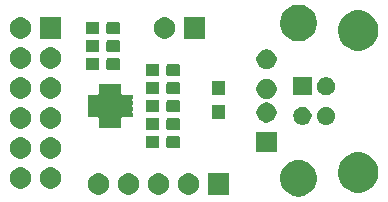
<source format=gbr>
%TF.GenerationSoftware,KiCad,Pcbnew,5.1.6-c6e7f7d~86~ubuntu18.04.1*%
%TF.CreationDate,2021-07-01T18:37:21-07:00*%
%TF.ProjectId,usb_combo_pmod,7573625f-636f-46d6-926f-5f706d6f642e,rev?*%
%TF.SameCoordinates,Original*%
%TF.FileFunction,Soldermask,Top*%
%TF.FilePolarity,Negative*%
%FSLAX46Y46*%
G04 Gerber Fmt 4.6, Leading zero omitted, Abs format (unit mm)*
G04 Created by KiCad (PCBNEW 5.1.6-c6e7f7d~86~ubuntu18.04.1) date 2021-07-01 18:37:21*
%MOMM*%
%LPD*%
G01*
G04 APERTURE LIST*
%ADD10C,0.100000*%
G04 APERTURE END LIST*
D10*
G36*
X122900585Y-82320802D02*
G01*
X123050410Y-82350604D01*
X123332674Y-82467521D01*
X123586705Y-82637259D01*
X123802741Y-82853295D01*
X123972479Y-83107326D01*
X124089396Y-83389590D01*
X124149000Y-83689240D01*
X124149000Y-83994760D01*
X124089396Y-84294410D01*
X123972479Y-84576674D01*
X123802741Y-84830705D01*
X123586705Y-85046741D01*
X123332674Y-85216479D01*
X123050410Y-85333396D01*
X122900585Y-85363198D01*
X122750761Y-85393000D01*
X122445239Y-85393000D01*
X122295415Y-85363198D01*
X122145590Y-85333396D01*
X121863326Y-85216479D01*
X121609295Y-85046741D01*
X121393259Y-84830705D01*
X121223521Y-84576674D01*
X121106604Y-84294410D01*
X121047000Y-83994760D01*
X121047000Y-83689240D01*
X121106604Y-83389590D01*
X121223521Y-83107326D01*
X121393259Y-82853295D01*
X121609295Y-82637259D01*
X121863326Y-82467521D01*
X122145590Y-82350604D01*
X122295415Y-82320802D01*
X122445239Y-82291000D01*
X122750761Y-82291000D01*
X122900585Y-82320802D01*
G37*
G36*
X116725000Y-85229000D02*
G01*
X114923000Y-85229000D01*
X114923000Y-83427000D01*
X116725000Y-83427000D01*
X116725000Y-85229000D01*
G37*
G36*
X105777512Y-83431927D02*
G01*
X105926812Y-83461624D01*
X106090784Y-83529544D01*
X106238354Y-83628147D01*
X106363853Y-83753646D01*
X106462456Y-83901216D01*
X106530376Y-84065188D01*
X106565000Y-84239259D01*
X106565000Y-84416741D01*
X106530376Y-84590812D01*
X106462456Y-84754784D01*
X106363853Y-84902354D01*
X106238354Y-85027853D01*
X106090784Y-85126456D01*
X105926812Y-85194376D01*
X105777512Y-85224073D01*
X105752742Y-85229000D01*
X105575258Y-85229000D01*
X105550488Y-85224073D01*
X105401188Y-85194376D01*
X105237216Y-85126456D01*
X105089646Y-85027853D01*
X104964147Y-84902354D01*
X104865544Y-84754784D01*
X104797624Y-84590812D01*
X104763000Y-84416741D01*
X104763000Y-84239259D01*
X104797624Y-84065188D01*
X104865544Y-83901216D01*
X104964147Y-83753646D01*
X105089646Y-83628147D01*
X105237216Y-83529544D01*
X105401188Y-83461624D01*
X105550488Y-83431927D01*
X105575258Y-83427000D01*
X105752742Y-83427000D01*
X105777512Y-83431927D01*
G37*
G36*
X108317512Y-83431927D02*
G01*
X108466812Y-83461624D01*
X108630784Y-83529544D01*
X108778354Y-83628147D01*
X108903853Y-83753646D01*
X109002456Y-83901216D01*
X109070376Y-84065188D01*
X109105000Y-84239259D01*
X109105000Y-84416741D01*
X109070376Y-84590812D01*
X109002456Y-84754784D01*
X108903853Y-84902354D01*
X108778354Y-85027853D01*
X108630784Y-85126456D01*
X108466812Y-85194376D01*
X108317512Y-85224073D01*
X108292742Y-85229000D01*
X108115258Y-85229000D01*
X108090488Y-85224073D01*
X107941188Y-85194376D01*
X107777216Y-85126456D01*
X107629646Y-85027853D01*
X107504147Y-84902354D01*
X107405544Y-84754784D01*
X107337624Y-84590812D01*
X107303000Y-84416741D01*
X107303000Y-84239259D01*
X107337624Y-84065188D01*
X107405544Y-83901216D01*
X107504147Y-83753646D01*
X107629646Y-83628147D01*
X107777216Y-83529544D01*
X107941188Y-83461624D01*
X108090488Y-83431927D01*
X108115258Y-83427000D01*
X108292742Y-83427000D01*
X108317512Y-83431927D01*
G37*
G36*
X110857512Y-83431927D02*
G01*
X111006812Y-83461624D01*
X111170784Y-83529544D01*
X111318354Y-83628147D01*
X111443853Y-83753646D01*
X111542456Y-83901216D01*
X111610376Y-84065188D01*
X111645000Y-84239259D01*
X111645000Y-84416741D01*
X111610376Y-84590812D01*
X111542456Y-84754784D01*
X111443853Y-84902354D01*
X111318354Y-85027853D01*
X111170784Y-85126456D01*
X111006812Y-85194376D01*
X110857512Y-85224073D01*
X110832742Y-85229000D01*
X110655258Y-85229000D01*
X110630488Y-85224073D01*
X110481188Y-85194376D01*
X110317216Y-85126456D01*
X110169646Y-85027853D01*
X110044147Y-84902354D01*
X109945544Y-84754784D01*
X109877624Y-84590812D01*
X109843000Y-84416741D01*
X109843000Y-84239259D01*
X109877624Y-84065188D01*
X109945544Y-83901216D01*
X110044147Y-83753646D01*
X110169646Y-83628147D01*
X110317216Y-83529544D01*
X110481188Y-83461624D01*
X110630488Y-83431927D01*
X110655258Y-83427000D01*
X110832742Y-83427000D01*
X110857512Y-83431927D01*
G37*
G36*
X113397512Y-83431927D02*
G01*
X113546812Y-83461624D01*
X113710784Y-83529544D01*
X113858354Y-83628147D01*
X113983853Y-83753646D01*
X114082456Y-83901216D01*
X114150376Y-84065188D01*
X114185000Y-84239259D01*
X114185000Y-84416741D01*
X114150376Y-84590812D01*
X114082456Y-84754784D01*
X113983853Y-84902354D01*
X113858354Y-85027853D01*
X113710784Y-85126456D01*
X113546812Y-85194376D01*
X113397512Y-85224073D01*
X113372742Y-85229000D01*
X113195258Y-85229000D01*
X113170488Y-85224073D01*
X113021188Y-85194376D01*
X112857216Y-85126456D01*
X112709646Y-85027853D01*
X112584147Y-84902354D01*
X112485544Y-84754784D01*
X112417624Y-84590812D01*
X112383000Y-84416741D01*
X112383000Y-84239259D01*
X112417624Y-84065188D01*
X112485544Y-83901216D01*
X112584147Y-83753646D01*
X112709646Y-83628147D01*
X112857216Y-83529544D01*
X113021188Y-83461624D01*
X113170488Y-83431927D01*
X113195258Y-83427000D01*
X113372742Y-83427000D01*
X113397512Y-83431927D01*
G37*
G36*
X128144496Y-81719675D02*
G01*
X128455513Y-81848503D01*
X128455515Y-81848504D01*
X128735424Y-82035533D01*
X128973467Y-82273576D01*
X129160496Y-82553485D01*
X129160497Y-82553487D01*
X129289325Y-82864504D01*
X129355000Y-83194677D01*
X129355000Y-83531323D01*
X129289325Y-83861496D01*
X129160497Y-84172513D01*
X129160496Y-84172515D01*
X128973467Y-84452424D01*
X128735424Y-84690467D01*
X128455515Y-84877496D01*
X128455514Y-84877497D01*
X128455513Y-84877497D01*
X128144496Y-85006325D01*
X127814323Y-85072000D01*
X127477677Y-85072000D01*
X127147504Y-85006325D01*
X126836487Y-84877497D01*
X126836486Y-84877497D01*
X126836485Y-84877496D01*
X126556576Y-84690467D01*
X126318533Y-84452424D01*
X126131504Y-84172515D01*
X126131503Y-84172513D01*
X126002675Y-83861496D01*
X125937000Y-83531323D01*
X125937000Y-83194677D01*
X126002675Y-82864504D01*
X126131503Y-82553487D01*
X126131504Y-82553485D01*
X126318533Y-82273576D01*
X126556576Y-82035533D01*
X126836485Y-81848504D01*
X126836487Y-81848503D01*
X127147504Y-81719675D01*
X127477677Y-81654000D01*
X127814323Y-81654000D01*
X128144496Y-81719675D01*
G37*
G36*
X99173512Y-82923927D02*
G01*
X99322812Y-82953624D01*
X99486784Y-83021544D01*
X99634354Y-83120147D01*
X99759853Y-83245646D01*
X99858456Y-83393216D01*
X99926376Y-83557188D01*
X99961000Y-83731259D01*
X99961000Y-83908741D01*
X99926376Y-84082812D01*
X99858456Y-84246784D01*
X99759853Y-84394354D01*
X99634354Y-84519853D01*
X99486784Y-84618456D01*
X99322812Y-84686376D01*
X99173512Y-84716073D01*
X99148742Y-84721000D01*
X98971258Y-84721000D01*
X98946488Y-84716073D01*
X98797188Y-84686376D01*
X98633216Y-84618456D01*
X98485646Y-84519853D01*
X98360147Y-84394354D01*
X98261544Y-84246784D01*
X98193624Y-84082812D01*
X98159000Y-83908741D01*
X98159000Y-83731259D01*
X98193624Y-83557188D01*
X98261544Y-83393216D01*
X98360147Y-83245646D01*
X98485646Y-83120147D01*
X98633216Y-83021544D01*
X98797188Y-82953624D01*
X98946488Y-82923927D01*
X98971258Y-82919000D01*
X99148742Y-82919000D01*
X99173512Y-82923927D01*
G37*
G36*
X101713512Y-82923927D02*
G01*
X101862812Y-82953624D01*
X102026784Y-83021544D01*
X102174354Y-83120147D01*
X102299853Y-83245646D01*
X102398456Y-83393216D01*
X102466376Y-83557188D01*
X102501000Y-83731259D01*
X102501000Y-83908741D01*
X102466376Y-84082812D01*
X102398456Y-84246784D01*
X102299853Y-84394354D01*
X102174354Y-84519853D01*
X102026784Y-84618456D01*
X101862812Y-84686376D01*
X101713512Y-84716073D01*
X101688742Y-84721000D01*
X101511258Y-84721000D01*
X101486488Y-84716073D01*
X101337188Y-84686376D01*
X101173216Y-84618456D01*
X101025646Y-84519853D01*
X100900147Y-84394354D01*
X100801544Y-84246784D01*
X100733624Y-84082812D01*
X100699000Y-83908741D01*
X100699000Y-83731259D01*
X100733624Y-83557188D01*
X100801544Y-83393216D01*
X100900147Y-83245646D01*
X101025646Y-83120147D01*
X101173216Y-83021544D01*
X101337188Y-82953624D01*
X101486488Y-82923927D01*
X101511258Y-82919000D01*
X101688742Y-82919000D01*
X101713512Y-82923927D01*
G37*
G36*
X101713512Y-80383927D02*
G01*
X101862812Y-80413624D01*
X102026784Y-80481544D01*
X102174354Y-80580147D01*
X102299853Y-80705646D01*
X102398456Y-80853216D01*
X102466376Y-81017188D01*
X102501000Y-81191259D01*
X102501000Y-81368741D01*
X102466376Y-81542812D01*
X102398456Y-81706784D01*
X102299853Y-81854354D01*
X102174354Y-81979853D01*
X102026784Y-82078456D01*
X101862812Y-82146376D01*
X101713512Y-82176073D01*
X101688742Y-82181000D01*
X101511258Y-82181000D01*
X101486488Y-82176073D01*
X101337188Y-82146376D01*
X101173216Y-82078456D01*
X101025646Y-81979853D01*
X100900147Y-81854354D01*
X100801544Y-81706784D01*
X100733624Y-81542812D01*
X100699000Y-81368741D01*
X100699000Y-81191259D01*
X100733624Y-81017188D01*
X100801544Y-80853216D01*
X100900147Y-80705646D01*
X101025646Y-80580147D01*
X101173216Y-80481544D01*
X101337188Y-80413624D01*
X101486488Y-80383927D01*
X101511258Y-80379000D01*
X101688742Y-80379000D01*
X101713512Y-80383927D01*
G37*
G36*
X99173512Y-80383927D02*
G01*
X99322812Y-80413624D01*
X99486784Y-80481544D01*
X99634354Y-80580147D01*
X99759853Y-80705646D01*
X99858456Y-80853216D01*
X99926376Y-81017188D01*
X99961000Y-81191259D01*
X99961000Y-81368741D01*
X99926376Y-81542812D01*
X99858456Y-81706784D01*
X99759853Y-81854354D01*
X99634354Y-81979853D01*
X99486784Y-82078456D01*
X99322812Y-82146376D01*
X99173512Y-82176073D01*
X99148742Y-82181000D01*
X98971258Y-82181000D01*
X98946488Y-82176073D01*
X98797188Y-82146376D01*
X98633216Y-82078456D01*
X98485646Y-81979853D01*
X98360147Y-81854354D01*
X98261544Y-81706784D01*
X98193624Y-81542812D01*
X98159000Y-81368741D01*
X98159000Y-81191259D01*
X98193624Y-81017188D01*
X98261544Y-80853216D01*
X98360147Y-80705646D01*
X98485646Y-80580147D01*
X98633216Y-80481544D01*
X98797188Y-80413624D01*
X98946488Y-80383927D01*
X98971258Y-80379000D01*
X99148742Y-80379000D01*
X99173512Y-80383927D01*
G37*
G36*
X120739000Y-81623000D02*
G01*
X119037000Y-81623000D01*
X119037000Y-79921000D01*
X120739000Y-79921000D01*
X120739000Y-81623000D01*
G37*
G36*
X112400499Y-80250445D02*
G01*
X112437995Y-80261820D01*
X112472554Y-80280292D01*
X112502847Y-80305153D01*
X112527708Y-80335446D01*
X112546180Y-80370005D01*
X112557555Y-80407501D01*
X112562000Y-80452638D01*
X112562000Y-81091362D01*
X112557555Y-81136499D01*
X112546180Y-81173995D01*
X112527708Y-81208554D01*
X112502847Y-81238847D01*
X112472554Y-81263708D01*
X112437995Y-81282180D01*
X112400499Y-81293555D01*
X112355362Y-81298000D01*
X111616638Y-81298000D01*
X111571501Y-81293555D01*
X111534005Y-81282180D01*
X111499446Y-81263708D01*
X111469153Y-81238847D01*
X111444292Y-81208554D01*
X111425820Y-81173995D01*
X111414445Y-81136499D01*
X111410000Y-81091362D01*
X111410000Y-80452638D01*
X111414445Y-80407501D01*
X111425820Y-80370005D01*
X111444292Y-80335446D01*
X111469153Y-80305153D01*
X111499446Y-80280292D01*
X111534005Y-80261820D01*
X111571501Y-80250445D01*
X111616638Y-80246000D01*
X112355362Y-80246000D01*
X112400499Y-80250445D01*
G37*
G36*
X110650499Y-80250445D02*
G01*
X110687995Y-80261820D01*
X110722554Y-80280292D01*
X110752847Y-80305153D01*
X110777708Y-80335446D01*
X110796180Y-80370005D01*
X110807555Y-80407501D01*
X110812000Y-80452638D01*
X110812000Y-81091362D01*
X110807555Y-81136499D01*
X110796180Y-81173995D01*
X110777708Y-81208554D01*
X110752847Y-81238847D01*
X110722554Y-81263708D01*
X110687995Y-81282180D01*
X110650499Y-81293555D01*
X110605362Y-81298000D01*
X109866638Y-81298000D01*
X109821501Y-81293555D01*
X109784005Y-81282180D01*
X109749446Y-81263708D01*
X109719153Y-81238847D01*
X109694292Y-81208554D01*
X109675820Y-81173995D01*
X109664445Y-81136499D01*
X109660000Y-81091362D01*
X109660000Y-80452638D01*
X109664445Y-80407501D01*
X109675820Y-80370005D01*
X109694292Y-80335446D01*
X109719153Y-80305153D01*
X109749446Y-80280292D01*
X109784005Y-80261820D01*
X109821501Y-80250445D01*
X109866638Y-80246000D01*
X110605362Y-80246000D01*
X110650499Y-80250445D01*
G37*
G36*
X112400499Y-78726445D02*
G01*
X112437995Y-78737820D01*
X112472554Y-78756292D01*
X112502847Y-78781153D01*
X112527708Y-78811446D01*
X112546180Y-78846005D01*
X112557555Y-78883501D01*
X112562000Y-78928638D01*
X112562000Y-79567362D01*
X112557555Y-79612499D01*
X112546180Y-79649995D01*
X112527708Y-79684554D01*
X112502847Y-79714847D01*
X112472554Y-79739708D01*
X112437995Y-79758180D01*
X112400499Y-79769555D01*
X112355362Y-79774000D01*
X111616638Y-79774000D01*
X111571501Y-79769555D01*
X111534005Y-79758180D01*
X111499446Y-79739708D01*
X111469153Y-79714847D01*
X111444292Y-79684554D01*
X111425820Y-79649995D01*
X111414445Y-79612499D01*
X111410000Y-79567362D01*
X111410000Y-78928638D01*
X111414445Y-78883501D01*
X111425820Y-78846005D01*
X111444292Y-78811446D01*
X111469153Y-78781153D01*
X111499446Y-78756292D01*
X111534005Y-78737820D01*
X111571501Y-78726445D01*
X111616638Y-78722000D01*
X112355362Y-78722000D01*
X112400499Y-78726445D01*
G37*
G36*
X110650499Y-78726445D02*
G01*
X110687995Y-78737820D01*
X110722554Y-78756292D01*
X110752847Y-78781153D01*
X110777708Y-78811446D01*
X110796180Y-78846005D01*
X110807555Y-78883501D01*
X110812000Y-78928638D01*
X110812000Y-79567362D01*
X110807555Y-79612499D01*
X110796180Y-79649995D01*
X110777708Y-79684554D01*
X110752847Y-79714847D01*
X110722554Y-79739708D01*
X110687995Y-79758180D01*
X110650499Y-79769555D01*
X110605362Y-79774000D01*
X109866638Y-79774000D01*
X109821501Y-79769555D01*
X109784005Y-79758180D01*
X109749446Y-79739708D01*
X109719153Y-79714847D01*
X109694292Y-79684554D01*
X109675820Y-79649995D01*
X109664445Y-79612499D01*
X109660000Y-79567362D01*
X109660000Y-78928638D01*
X109664445Y-78883501D01*
X109675820Y-78846005D01*
X109694292Y-78811446D01*
X109719153Y-78781153D01*
X109749446Y-78756292D01*
X109784005Y-78737820D01*
X109821501Y-78726445D01*
X109866638Y-78722000D01*
X110605362Y-78722000D01*
X110650499Y-78726445D01*
G37*
G36*
X101713512Y-77843927D02*
G01*
X101862812Y-77873624D01*
X102026784Y-77941544D01*
X102174354Y-78040147D01*
X102299853Y-78165646D01*
X102398456Y-78313216D01*
X102466376Y-78477188D01*
X102501000Y-78651259D01*
X102501000Y-78828741D01*
X102466376Y-79002812D01*
X102398456Y-79166784D01*
X102299853Y-79314354D01*
X102174354Y-79439853D01*
X102026784Y-79538456D01*
X101862812Y-79606376D01*
X101713512Y-79636073D01*
X101688742Y-79641000D01*
X101511258Y-79641000D01*
X101486488Y-79636073D01*
X101337188Y-79606376D01*
X101173216Y-79538456D01*
X101025646Y-79439853D01*
X100900147Y-79314354D01*
X100801544Y-79166784D01*
X100733624Y-79002812D01*
X100699000Y-78828741D01*
X100699000Y-78651259D01*
X100733624Y-78477188D01*
X100801544Y-78313216D01*
X100900147Y-78165646D01*
X101025646Y-78040147D01*
X101173216Y-77941544D01*
X101337188Y-77873624D01*
X101486488Y-77843927D01*
X101511258Y-77839000D01*
X101688742Y-77839000D01*
X101713512Y-77843927D01*
G37*
G36*
X99173512Y-77843927D02*
G01*
X99322812Y-77873624D01*
X99486784Y-77941544D01*
X99634354Y-78040147D01*
X99759853Y-78165646D01*
X99858456Y-78313216D01*
X99926376Y-78477188D01*
X99961000Y-78651259D01*
X99961000Y-78828741D01*
X99926376Y-79002812D01*
X99858456Y-79166784D01*
X99759853Y-79314354D01*
X99634354Y-79439853D01*
X99486784Y-79538456D01*
X99322812Y-79606376D01*
X99173512Y-79636073D01*
X99148742Y-79641000D01*
X98971258Y-79641000D01*
X98946488Y-79636073D01*
X98797188Y-79606376D01*
X98633216Y-79538456D01*
X98485646Y-79439853D01*
X98360147Y-79314354D01*
X98261544Y-79166784D01*
X98193624Y-79002812D01*
X98159000Y-78828741D01*
X98159000Y-78651259D01*
X98193624Y-78477188D01*
X98261544Y-78313216D01*
X98360147Y-78165646D01*
X98485646Y-78040147D01*
X98633216Y-77941544D01*
X98797188Y-77873624D01*
X98946488Y-77843927D01*
X98971258Y-77839000D01*
X99148742Y-77839000D01*
X99173512Y-77843927D01*
G37*
G36*
X106052355Y-75824083D02*
G01*
X106057029Y-75825501D01*
X106061330Y-75827800D01*
X106067702Y-75833029D01*
X106088076Y-75846643D01*
X106110715Y-75856020D01*
X106134749Y-75860800D01*
X106159253Y-75860800D01*
X106183286Y-75856019D01*
X106205925Y-75846642D01*
X106226298Y-75833029D01*
X106232670Y-75827800D01*
X106236971Y-75825501D01*
X106241645Y-75824083D01*
X106252641Y-75823000D01*
X106541359Y-75823000D01*
X106552355Y-75824083D01*
X106557029Y-75825501D01*
X106561330Y-75827800D01*
X106567702Y-75833029D01*
X106588076Y-75846643D01*
X106610715Y-75856020D01*
X106634749Y-75860800D01*
X106659253Y-75860800D01*
X106683286Y-75856019D01*
X106705925Y-75846642D01*
X106726298Y-75833029D01*
X106732670Y-75827800D01*
X106736971Y-75825501D01*
X106741645Y-75824083D01*
X106752641Y-75823000D01*
X107041359Y-75823000D01*
X107052355Y-75824083D01*
X107057029Y-75825501D01*
X107061330Y-75827800D01*
X107067702Y-75833029D01*
X107088076Y-75846643D01*
X107110715Y-75856020D01*
X107134749Y-75860800D01*
X107159253Y-75860800D01*
X107183286Y-75856019D01*
X107205925Y-75846642D01*
X107226298Y-75833029D01*
X107232670Y-75827800D01*
X107236971Y-75825501D01*
X107241645Y-75824083D01*
X107252641Y-75823000D01*
X107541359Y-75823000D01*
X107552355Y-75824083D01*
X107557029Y-75825501D01*
X107561331Y-75827800D01*
X107565104Y-75830896D01*
X107568200Y-75834669D01*
X107570499Y-75838971D01*
X107571917Y-75843645D01*
X107573000Y-75854641D01*
X107573000Y-76568357D01*
X107571287Y-76585747D01*
X107571287Y-76610251D01*
X107576067Y-76634285D01*
X107585444Y-76656923D01*
X107599057Y-76677298D01*
X107616384Y-76694625D01*
X107636758Y-76708239D01*
X107655325Y-76715930D01*
X107657515Y-76723151D01*
X107669066Y-76744762D01*
X107684611Y-76763704D01*
X107703553Y-76779249D01*
X107725164Y-76790800D01*
X107748613Y-76797913D01*
X107772999Y-76800315D01*
X107785253Y-76799713D01*
X107802643Y-76798000D01*
X108516359Y-76798000D01*
X108527355Y-76799083D01*
X108532029Y-76800501D01*
X108536331Y-76802800D01*
X108540104Y-76805896D01*
X108543200Y-76809669D01*
X108545499Y-76813971D01*
X108546917Y-76818645D01*
X108548000Y-76829641D01*
X108548000Y-77118359D01*
X108546917Y-77129355D01*
X108545499Y-77134029D01*
X108543200Y-77138330D01*
X108537971Y-77144702D01*
X108524357Y-77165076D01*
X108514980Y-77187715D01*
X108510200Y-77211749D01*
X108510200Y-77236253D01*
X108514981Y-77260286D01*
X108524358Y-77282925D01*
X108537971Y-77303298D01*
X108543200Y-77309670D01*
X108545499Y-77313971D01*
X108546917Y-77318645D01*
X108548000Y-77329641D01*
X108548000Y-77618359D01*
X108546917Y-77629355D01*
X108545499Y-77634029D01*
X108543200Y-77638330D01*
X108537971Y-77644702D01*
X108524357Y-77665076D01*
X108514980Y-77687715D01*
X108510200Y-77711749D01*
X108510200Y-77736253D01*
X108514981Y-77760286D01*
X108524358Y-77782925D01*
X108537971Y-77803298D01*
X108543200Y-77809670D01*
X108545499Y-77813971D01*
X108546917Y-77818645D01*
X108548000Y-77829641D01*
X108548000Y-78118359D01*
X108546917Y-78129355D01*
X108545499Y-78134029D01*
X108543200Y-78138330D01*
X108537971Y-78144702D01*
X108524357Y-78165076D01*
X108514980Y-78187715D01*
X108510200Y-78211749D01*
X108510200Y-78236253D01*
X108514981Y-78260286D01*
X108524358Y-78282925D01*
X108537971Y-78303298D01*
X108543200Y-78309670D01*
X108545499Y-78313971D01*
X108546917Y-78318645D01*
X108548000Y-78329641D01*
X108548000Y-78618359D01*
X108546917Y-78629355D01*
X108545499Y-78634029D01*
X108543200Y-78638331D01*
X108540104Y-78642104D01*
X108536331Y-78645200D01*
X108532029Y-78647499D01*
X108527355Y-78648917D01*
X108516359Y-78650000D01*
X107802643Y-78650000D01*
X107785253Y-78648287D01*
X107760749Y-78648287D01*
X107736715Y-78653067D01*
X107714077Y-78662444D01*
X107693702Y-78676057D01*
X107676375Y-78693384D01*
X107662761Y-78713758D01*
X107655070Y-78732325D01*
X107647849Y-78734515D01*
X107626238Y-78746066D01*
X107607296Y-78761611D01*
X107591751Y-78780553D01*
X107580200Y-78802164D01*
X107573087Y-78825613D01*
X107570685Y-78849999D01*
X107571287Y-78862253D01*
X107573000Y-78879643D01*
X107573000Y-79593359D01*
X107571917Y-79604355D01*
X107570499Y-79609029D01*
X107568200Y-79613331D01*
X107565104Y-79617104D01*
X107561331Y-79620200D01*
X107557029Y-79622499D01*
X107552355Y-79623917D01*
X107541359Y-79625000D01*
X107252641Y-79625000D01*
X107241645Y-79623917D01*
X107236971Y-79622499D01*
X107232670Y-79620200D01*
X107226298Y-79614971D01*
X107205924Y-79601357D01*
X107183285Y-79591980D01*
X107159251Y-79587200D01*
X107134747Y-79587200D01*
X107110714Y-79591981D01*
X107088075Y-79601358D01*
X107067702Y-79614971D01*
X107061330Y-79620200D01*
X107057029Y-79622499D01*
X107052355Y-79623917D01*
X107041359Y-79625000D01*
X106752641Y-79625000D01*
X106741645Y-79623917D01*
X106736971Y-79622499D01*
X106732670Y-79620200D01*
X106726298Y-79614971D01*
X106705924Y-79601357D01*
X106683285Y-79591980D01*
X106659251Y-79587200D01*
X106634747Y-79587200D01*
X106610714Y-79591981D01*
X106588075Y-79601358D01*
X106567702Y-79614971D01*
X106561330Y-79620200D01*
X106557029Y-79622499D01*
X106552355Y-79623917D01*
X106541359Y-79625000D01*
X106252641Y-79625000D01*
X106241645Y-79623917D01*
X106236971Y-79622499D01*
X106232670Y-79620200D01*
X106226298Y-79614971D01*
X106205924Y-79601357D01*
X106183285Y-79591980D01*
X106159251Y-79587200D01*
X106134747Y-79587200D01*
X106110714Y-79591981D01*
X106088075Y-79601358D01*
X106067702Y-79614971D01*
X106061330Y-79620200D01*
X106057029Y-79622499D01*
X106052355Y-79623917D01*
X106041359Y-79625000D01*
X105752641Y-79625000D01*
X105741645Y-79623917D01*
X105736971Y-79622499D01*
X105732669Y-79620200D01*
X105728896Y-79617104D01*
X105725800Y-79613331D01*
X105723501Y-79609029D01*
X105722083Y-79604355D01*
X105721000Y-79593359D01*
X105721000Y-78879643D01*
X105722713Y-78862253D01*
X105722713Y-78837749D01*
X105717933Y-78813715D01*
X105708556Y-78791077D01*
X105694943Y-78770702D01*
X105677616Y-78753375D01*
X105657242Y-78739761D01*
X105638675Y-78732070D01*
X105636485Y-78724849D01*
X105624934Y-78703238D01*
X105609389Y-78684296D01*
X105590447Y-78668751D01*
X105568836Y-78657200D01*
X105545387Y-78650087D01*
X105521001Y-78647685D01*
X105508747Y-78648287D01*
X105491357Y-78650000D01*
X104777641Y-78650000D01*
X104766645Y-78648917D01*
X104761971Y-78647499D01*
X104757669Y-78645200D01*
X104753896Y-78642104D01*
X104750800Y-78638331D01*
X104748501Y-78634029D01*
X104747083Y-78629355D01*
X104746000Y-78618359D01*
X104746000Y-78329641D01*
X104747083Y-78318645D01*
X104748501Y-78313971D01*
X104750800Y-78309670D01*
X104756029Y-78303298D01*
X104769643Y-78282924D01*
X104779020Y-78260285D01*
X104783800Y-78236251D01*
X104783800Y-78211747D01*
X104779019Y-78187714D01*
X104769642Y-78165075D01*
X104756029Y-78144702D01*
X104750800Y-78138330D01*
X104748501Y-78134029D01*
X104747083Y-78129355D01*
X104746000Y-78118359D01*
X104746000Y-77829641D01*
X104747083Y-77818645D01*
X104748501Y-77813971D01*
X104750800Y-77809670D01*
X104756029Y-77803298D01*
X104769643Y-77782924D01*
X104779020Y-77760285D01*
X104783800Y-77736251D01*
X104783800Y-77711747D01*
X104779019Y-77687714D01*
X104769642Y-77665075D01*
X104756029Y-77644702D01*
X104750800Y-77638330D01*
X104748501Y-77634029D01*
X104747083Y-77629355D01*
X104746000Y-77618359D01*
X104746000Y-77329641D01*
X104747083Y-77318645D01*
X104748501Y-77313971D01*
X104750800Y-77309670D01*
X104756029Y-77303298D01*
X104769643Y-77282924D01*
X104779020Y-77260285D01*
X104783800Y-77236251D01*
X104783800Y-77211747D01*
X104779019Y-77187714D01*
X104769642Y-77165075D01*
X104756029Y-77144702D01*
X104750800Y-77138330D01*
X104748501Y-77134029D01*
X104747083Y-77129355D01*
X104746000Y-77118359D01*
X104746000Y-76829641D01*
X104747083Y-76818645D01*
X104748501Y-76813971D01*
X104750800Y-76809669D01*
X104753896Y-76805896D01*
X104757669Y-76802800D01*
X104761971Y-76800501D01*
X104766645Y-76799083D01*
X104777641Y-76798000D01*
X105491357Y-76798000D01*
X105508747Y-76799713D01*
X105533251Y-76799713D01*
X105557285Y-76794933D01*
X105579923Y-76785556D01*
X105600298Y-76771943D01*
X105617625Y-76754616D01*
X105631239Y-76734242D01*
X105638930Y-76715675D01*
X105646151Y-76713485D01*
X105667762Y-76701934D01*
X105686704Y-76686389D01*
X105702249Y-76667447D01*
X105713800Y-76645836D01*
X105720913Y-76622387D01*
X105723315Y-76598001D01*
X105722713Y-76585747D01*
X105721000Y-76568357D01*
X105721000Y-75854641D01*
X105722083Y-75843645D01*
X105723501Y-75838971D01*
X105725800Y-75834669D01*
X105728896Y-75830896D01*
X105732669Y-75827800D01*
X105736971Y-75825501D01*
X105741645Y-75824083D01*
X105752641Y-75823000D01*
X106041359Y-75823000D01*
X106052355Y-75824083D01*
G37*
G36*
X125061620Y-77798000D02*
G01*
X125159142Y-77817398D01*
X125298364Y-77875065D01*
X125423659Y-77958785D01*
X125530215Y-78065341D01*
X125613935Y-78190636D01*
X125665021Y-78313971D01*
X125671602Y-78329859D01*
X125701000Y-78477653D01*
X125701000Y-78628347D01*
X125696083Y-78653067D01*
X125671602Y-78776142D01*
X125613935Y-78915364D01*
X125530215Y-79040659D01*
X125423659Y-79147215D01*
X125298364Y-79230935D01*
X125159142Y-79288602D01*
X125085244Y-79303301D01*
X125011347Y-79318000D01*
X124860653Y-79318000D01*
X124786756Y-79303301D01*
X124712858Y-79288602D01*
X124573636Y-79230935D01*
X124448341Y-79147215D01*
X124341785Y-79040659D01*
X124258065Y-78915364D01*
X124200398Y-78776142D01*
X124175917Y-78653067D01*
X124171000Y-78628347D01*
X124171000Y-78477653D01*
X124200398Y-78329859D01*
X124206979Y-78313971D01*
X124258065Y-78190636D01*
X124341785Y-78065341D01*
X124448341Y-77958785D01*
X124573636Y-77875065D01*
X124712858Y-77817398D01*
X124810380Y-77798000D01*
X124860653Y-77788000D01*
X125011347Y-77788000D01*
X125061620Y-77798000D01*
G37*
G36*
X123061620Y-77798000D02*
G01*
X123159142Y-77817398D01*
X123298364Y-77875065D01*
X123423659Y-77958785D01*
X123530215Y-78065341D01*
X123613935Y-78190636D01*
X123665021Y-78313971D01*
X123671602Y-78329859D01*
X123701000Y-78477653D01*
X123701000Y-78628347D01*
X123696083Y-78653067D01*
X123671602Y-78776142D01*
X123613935Y-78915364D01*
X123530215Y-79040659D01*
X123423659Y-79147215D01*
X123298364Y-79230935D01*
X123159142Y-79288602D01*
X123085244Y-79303301D01*
X123011347Y-79318000D01*
X122860653Y-79318000D01*
X122786756Y-79303301D01*
X122712858Y-79288602D01*
X122573636Y-79230935D01*
X122448341Y-79147215D01*
X122341785Y-79040659D01*
X122258065Y-78915364D01*
X122200398Y-78776142D01*
X122175917Y-78653067D01*
X122171000Y-78628347D01*
X122171000Y-78477653D01*
X122200398Y-78329859D01*
X122206979Y-78313971D01*
X122258065Y-78190636D01*
X122341785Y-78065341D01*
X122448341Y-77958785D01*
X122573636Y-77875065D01*
X122712858Y-77817398D01*
X122810380Y-77798000D01*
X122860653Y-77788000D01*
X123011347Y-77788000D01*
X123061620Y-77798000D01*
G37*
G36*
X120136228Y-77453703D02*
G01*
X120291100Y-77517853D01*
X120430481Y-77610985D01*
X120549015Y-77729519D01*
X120642147Y-77868900D01*
X120706297Y-78023772D01*
X120739000Y-78188184D01*
X120739000Y-78355816D01*
X120706297Y-78520228D01*
X120642147Y-78675100D01*
X120549015Y-78814481D01*
X120430481Y-78933015D01*
X120291100Y-79026147D01*
X120136228Y-79090297D01*
X119971816Y-79123000D01*
X119804184Y-79123000D01*
X119639772Y-79090297D01*
X119484900Y-79026147D01*
X119345519Y-78933015D01*
X119226985Y-78814481D01*
X119133853Y-78675100D01*
X119069703Y-78520228D01*
X119037000Y-78355816D01*
X119037000Y-78188184D01*
X119069703Y-78023772D01*
X119133853Y-77868900D01*
X119226985Y-77729519D01*
X119345519Y-77610985D01*
X119484900Y-77517853D01*
X119639772Y-77453703D01*
X119804184Y-77421000D01*
X119971816Y-77421000D01*
X120136228Y-77453703D01*
G37*
G36*
X116375000Y-78783000D02*
G01*
X115273000Y-78783000D01*
X115273000Y-77681000D01*
X116375000Y-77681000D01*
X116375000Y-78783000D01*
G37*
G36*
X110650499Y-77202445D02*
G01*
X110687995Y-77213820D01*
X110722554Y-77232292D01*
X110752847Y-77257153D01*
X110777708Y-77287446D01*
X110796180Y-77322005D01*
X110807555Y-77359501D01*
X110812000Y-77404638D01*
X110812000Y-78043362D01*
X110807555Y-78088499D01*
X110796180Y-78125995D01*
X110777708Y-78160554D01*
X110752847Y-78190847D01*
X110722554Y-78215708D01*
X110687995Y-78234180D01*
X110650499Y-78245555D01*
X110605362Y-78250000D01*
X109866638Y-78250000D01*
X109821501Y-78245555D01*
X109784005Y-78234180D01*
X109749446Y-78215708D01*
X109719153Y-78190847D01*
X109694292Y-78160554D01*
X109675820Y-78125995D01*
X109664445Y-78088499D01*
X109660000Y-78043362D01*
X109660000Y-77404638D01*
X109664445Y-77359501D01*
X109675820Y-77322005D01*
X109694292Y-77287446D01*
X109719153Y-77257153D01*
X109749446Y-77232292D01*
X109784005Y-77213820D01*
X109821501Y-77202445D01*
X109866638Y-77198000D01*
X110605362Y-77198000D01*
X110650499Y-77202445D01*
G37*
G36*
X112400499Y-77202445D02*
G01*
X112437995Y-77213820D01*
X112472554Y-77232292D01*
X112502847Y-77257153D01*
X112527708Y-77287446D01*
X112546180Y-77322005D01*
X112557555Y-77359501D01*
X112562000Y-77404638D01*
X112562000Y-78043362D01*
X112557555Y-78088499D01*
X112546180Y-78125995D01*
X112527708Y-78160554D01*
X112502847Y-78190847D01*
X112472554Y-78215708D01*
X112437995Y-78234180D01*
X112400499Y-78245555D01*
X112355362Y-78250000D01*
X111616638Y-78250000D01*
X111571501Y-78245555D01*
X111534005Y-78234180D01*
X111499446Y-78215708D01*
X111469153Y-78190847D01*
X111444292Y-78160554D01*
X111425820Y-78125995D01*
X111414445Y-78088499D01*
X111410000Y-78043362D01*
X111410000Y-77404638D01*
X111414445Y-77359501D01*
X111425820Y-77322005D01*
X111444292Y-77287446D01*
X111469153Y-77257153D01*
X111499446Y-77232292D01*
X111534005Y-77213820D01*
X111571501Y-77202445D01*
X111616638Y-77198000D01*
X112355362Y-77198000D01*
X112400499Y-77202445D01*
G37*
G36*
X120136228Y-75453703D02*
G01*
X120291100Y-75517853D01*
X120430481Y-75610985D01*
X120549015Y-75729519D01*
X120642147Y-75868900D01*
X120706297Y-76023772D01*
X120739000Y-76188184D01*
X120739000Y-76355816D01*
X120706297Y-76520228D01*
X120642147Y-76675100D01*
X120549015Y-76814481D01*
X120430481Y-76933015D01*
X120291100Y-77026147D01*
X120136228Y-77090297D01*
X119971816Y-77123000D01*
X119804184Y-77123000D01*
X119639772Y-77090297D01*
X119484900Y-77026147D01*
X119345519Y-76933015D01*
X119226985Y-76814481D01*
X119133853Y-76675100D01*
X119069703Y-76520228D01*
X119037000Y-76355816D01*
X119037000Y-76188184D01*
X119069703Y-76023772D01*
X119133853Y-75868900D01*
X119226985Y-75729519D01*
X119345519Y-75610985D01*
X119484900Y-75517853D01*
X119639772Y-75453703D01*
X119804184Y-75421000D01*
X119971816Y-75421000D01*
X120136228Y-75453703D01*
G37*
G36*
X101713512Y-75303927D02*
G01*
X101862812Y-75333624D01*
X102026784Y-75401544D01*
X102174354Y-75500147D01*
X102299853Y-75625646D01*
X102398456Y-75773216D01*
X102466376Y-75937188D01*
X102501000Y-76111259D01*
X102501000Y-76288741D01*
X102466376Y-76462812D01*
X102398456Y-76626784D01*
X102299853Y-76774354D01*
X102174354Y-76899853D01*
X102026784Y-76998456D01*
X101862812Y-77066376D01*
X101715507Y-77095676D01*
X101688742Y-77101000D01*
X101511258Y-77101000D01*
X101484493Y-77095676D01*
X101337188Y-77066376D01*
X101173216Y-76998456D01*
X101025646Y-76899853D01*
X100900147Y-76774354D01*
X100801544Y-76626784D01*
X100733624Y-76462812D01*
X100699000Y-76288741D01*
X100699000Y-76111259D01*
X100733624Y-75937188D01*
X100801544Y-75773216D01*
X100900147Y-75625646D01*
X101025646Y-75500147D01*
X101173216Y-75401544D01*
X101337188Y-75333624D01*
X101486488Y-75303927D01*
X101511258Y-75299000D01*
X101688742Y-75299000D01*
X101713512Y-75303927D01*
G37*
G36*
X99173512Y-75303927D02*
G01*
X99322812Y-75333624D01*
X99486784Y-75401544D01*
X99634354Y-75500147D01*
X99759853Y-75625646D01*
X99858456Y-75773216D01*
X99926376Y-75937188D01*
X99961000Y-76111259D01*
X99961000Y-76288741D01*
X99926376Y-76462812D01*
X99858456Y-76626784D01*
X99759853Y-76774354D01*
X99634354Y-76899853D01*
X99486784Y-76998456D01*
X99322812Y-77066376D01*
X99175507Y-77095676D01*
X99148742Y-77101000D01*
X98971258Y-77101000D01*
X98944493Y-77095676D01*
X98797188Y-77066376D01*
X98633216Y-76998456D01*
X98485646Y-76899853D01*
X98360147Y-76774354D01*
X98261544Y-76626784D01*
X98193624Y-76462812D01*
X98159000Y-76288741D01*
X98159000Y-76111259D01*
X98193624Y-75937188D01*
X98261544Y-75773216D01*
X98360147Y-75625646D01*
X98485646Y-75500147D01*
X98633216Y-75401544D01*
X98797188Y-75333624D01*
X98946488Y-75303927D01*
X98971258Y-75299000D01*
X99148742Y-75299000D01*
X99173512Y-75303927D01*
G37*
G36*
X125066648Y-75299000D02*
G01*
X125159142Y-75317398D01*
X125298364Y-75375065D01*
X125423659Y-75458785D01*
X125530215Y-75565341D01*
X125613935Y-75690636D01*
X125671602Y-75829858D01*
X125676806Y-75856019D01*
X125701000Y-75977653D01*
X125701000Y-76128347D01*
X125686301Y-76202244D01*
X125671602Y-76276142D01*
X125613935Y-76415364D01*
X125530215Y-76540659D01*
X125423659Y-76647215D01*
X125298364Y-76730935D01*
X125159142Y-76788602D01*
X125103393Y-76799691D01*
X125011347Y-76818000D01*
X124860653Y-76818000D01*
X124768607Y-76799691D01*
X124712858Y-76788602D01*
X124573636Y-76730935D01*
X124448341Y-76647215D01*
X124341785Y-76540659D01*
X124258065Y-76415364D01*
X124200398Y-76276142D01*
X124185699Y-76202244D01*
X124171000Y-76128347D01*
X124171000Y-75977653D01*
X124195194Y-75856019D01*
X124200398Y-75829858D01*
X124258065Y-75690636D01*
X124341785Y-75565341D01*
X124448341Y-75458785D01*
X124573636Y-75375065D01*
X124712858Y-75317398D01*
X124805352Y-75299000D01*
X124860653Y-75288000D01*
X125011347Y-75288000D01*
X125066648Y-75299000D01*
G37*
G36*
X123701000Y-76818000D02*
G01*
X122171000Y-76818000D01*
X122171000Y-75288000D01*
X123701000Y-75288000D01*
X123701000Y-76818000D01*
G37*
G36*
X116375000Y-76751000D02*
G01*
X115273000Y-76751000D01*
X115273000Y-75649000D01*
X116375000Y-75649000D01*
X116375000Y-76751000D01*
G37*
G36*
X112400499Y-75678445D02*
G01*
X112437995Y-75689820D01*
X112472554Y-75708292D01*
X112502847Y-75733153D01*
X112527708Y-75763446D01*
X112546180Y-75798005D01*
X112557555Y-75835501D01*
X112562000Y-75880638D01*
X112562000Y-76519362D01*
X112557555Y-76564499D01*
X112546180Y-76601995D01*
X112527708Y-76636554D01*
X112502847Y-76666847D01*
X112472554Y-76691708D01*
X112437995Y-76710180D01*
X112400499Y-76721555D01*
X112355362Y-76726000D01*
X111616638Y-76726000D01*
X111571501Y-76721555D01*
X111534005Y-76710180D01*
X111499446Y-76691708D01*
X111469153Y-76666847D01*
X111444292Y-76636554D01*
X111425820Y-76601995D01*
X111414445Y-76564499D01*
X111410000Y-76519362D01*
X111410000Y-75880638D01*
X111414445Y-75835501D01*
X111425820Y-75798005D01*
X111444292Y-75763446D01*
X111469153Y-75733153D01*
X111499446Y-75708292D01*
X111534005Y-75689820D01*
X111571501Y-75678445D01*
X111616638Y-75674000D01*
X112355362Y-75674000D01*
X112400499Y-75678445D01*
G37*
G36*
X110650499Y-75678445D02*
G01*
X110687995Y-75689820D01*
X110722554Y-75708292D01*
X110752847Y-75733153D01*
X110777708Y-75763446D01*
X110796180Y-75798005D01*
X110807555Y-75835501D01*
X110812000Y-75880638D01*
X110812000Y-76519362D01*
X110807555Y-76564499D01*
X110796180Y-76601995D01*
X110777708Y-76636554D01*
X110752847Y-76666847D01*
X110722554Y-76691708D01*
X110687995Y-76710180D01*
X110650499Y-76721555D01*
X110605362Y-76726000D01*
X109866638Y-76726000D01*
X109821501Y-76721555D01*
X109784005Y-76710180D01*
X109749446Y-76691708D01*
X109719153Y-76666847D01*
X109694292Y-76636554D01*
X109675820Y-76601995D01*
X109664445Y-76564499D01*
X109660000Y-76519362D01*
X109660000Y-75880638D01*
X109664445Y-75835501D01*
X109675820Y-75798005D01*
X109694292Y-75763446D01*
X109719153Y-75733153D01*
X109749446Y-75708292D01*
X109784005Y-75689820D01*
X109821501Y-75678445D01*
X109866638Y-75674000D01*
X110605362Y-75674000D01*
X110650499Y-75678445D01*
G37*
G36*
X110650499Y-74154445D02*
G01*
X110687995Y-74165820D01*
X110722554Y-74184292D01*
X110752847Y-74209153D01*
X110777708Y-74239446D01*
X110796180Y-74274005D01*
X110807555Y-74311501D01*
X110812000Y-74356638D01*
X110812000Y-74995362D01*
X110807555Y-75040499D01*
X110796180Y-75077995D01*
X110777708Y-75112554D01*
X110752847Y-75142847D01*
X110722554Y-75167708D01*
X110687995Y-75186180D01*
X110650499Y-75197555D01*
X110605362Y-75202000D01*
X109866638Y-75202000D01*
X109821501Y-75197555D01*
X109784005Y-75186180D01*
X109749446Y-75167708D01*
X109719153Y-75142847D01*
X109694292Y-75112554D01*
X109675820Y-75077995D01*
X109664445Y-75040499D01*
X109660000Y-74995362D01*
X109660000Y-74356638D01*
X109664445Y-74311501D01*
X109675820Y-74274005D01*
X109694292Y-74239446D01*
X109719153Y-74209153D01*
X109749446Y-74184292D01*
X109784005Y-74165820D01*
X109821501Y-74154445D01*
X109866638Y-74150000D01*
X110605362Y-74150000D01*
X110650499Y-74154445D01*
G37*
G36*
X112400499Y-74154445D02*
G01*
X112437995Y-74165820D01*
X112472554Y-74184292D01*
X112502847Y-74209153D01*
X112527708Y-74239446D01*
X112546180Y-74274005D01*
X112557555Y-74311501D01*
X112562000Y-74356638D01*
X112562000Y-74995362D01*
X112557555Y-75040499D01*
X112546180Y-75077995D01*
X112527708Y-75112554D01*
X112502847Y-75142847D01*
X112472554Y-75167708D01*
X112437995Y-75186180D01*
X112400499Y-75197555D01*
X112355362Y-75202000D01*
X111616638Y-75202000D01*
X111571501Y-75197555D01*
X111534005Y-75186180D01*
X111499446Y-75167708D01*
X111469153Y-75142847D01*
X111444292Y-75112554D01*
X111425820Y-75077995D01*
X111414445Y-75040499D01*
X111410000Y-74995362D01*
X111410000Y-74356638D01*
X111414445Y-74311501D01*
X111425820Y-74274005D01*
X111444292Y-74239446D01*
X111469153Y-74209153D01*
X111499446Y-74184292D01*
X111534005Y-74165820D01*
X111571501Y-74154445D01*
X111616638Y-74150000D01*
X112355362Y-74150000D01*
X112400499Y-74154445D01*
G37*
G36*
X105570499Y-73646445D02*
G01*
X105607995Y-73657820D01*
X105642554Y-73676292D01*
X105672847Y-73701153D01*
X105697708Y-73731446D01*
X105716180Y-73766005D01*
X105727555Y-73803501D01*
X105732000Y-73848638D01*
X105732000Y-74487362D01*
X105727555Y-74532499D01*
X105716180Y-74569995D01*
X105697708Y-74604554D01*
X105672847Y-74634847D01*
X105642554Y-74659708D01*
X105607995Y-74678180D01*
X105570499Y-74689555D01*
X105525362Y-74694000D01*
X104786638Y-74694000D01*
X104741501Y-74689555D01*
X104704005Y-74678180D01*
X104669446Y-74659708D01*
X104639153Y-74634847D01*
X104614292Y-74604554D01*
X104595820Y-74569995D01*
X104584445Y-74532499D01*
X104580000Y-74487362D01*
X104580000Y-73848638D01*
X104584445Y-73803501D01*
X104595820Y-73766005D01*
X104614292Y-73731446D01*
X104639153Y-73701153D01*
X104669446Y-73676292D01*
X104704005Y-73657820D01*
X104741501Y-73646445D01*
X104786638Y-73642000D01*
X105525362Y-73642000D01*
X105570499Y-73646445D01*
G37*
G36*
X107320499Y-73646445D02*
G01*
X107357995Y-73657820D01*
X107392554Y-73676292D01*
X107422847Y-73701153D01*
X107447708Y-73731446D01*
X107466180Y-73766005D01*
X107477555Y-73803501D01*
X107482000Y-73848638D01*
X107482000Y-74487362D01*
X107477555Y-74532499D01*
X107466180Y-74569995D01*
X107447708Y-74604554D01*
X107422847Y-74634847D01*
X107392554Y-74659708D01*
X107357995Y-74678180D01*
X107320499Y-74689555D01*
X107275362Y-74694000D01*
X106536638Y-74694000D01*
X106491501Y-74689555D01*
X106454005Y-74678180D01*
X106419446Y-74659708D01*
X106389153Y-74634847D01*
X106364292Y-74604554D01*
X106345820Y-74569995D01*
X106334445Y-74532499D01*
X106330000Y-74487362D01*
X106330000Y-73848638D01*
X106334445Y-73803501D01*
X106345820Y-73766005D01*
X106364292Y-73731446D01*
X106389153Y-73701153D01*
X106419446Y-73676292D01*
X106454005Y-73657820D01*
X106491501Y-73646445D01*
X106536638Y-73642000D01*
X107275362Y-73642000D01*
X107320499Y-73646445D01*
G37*
G36*
X120136228Y-72953703D02*
G01*
X120291100Y-73017853D01*
X120430481Y-73110985D01*
X120549015Y-73229519D01*
X120642147Y-73368900D01*
X120706297Y-73523772D01*
X120739000Y-73688184D01*
X120739000Y-73855816D01*
X120706297Y-74020228D01*
X120642147Y-74175100D01*
X120549015Y-74314481D01*
X120430481Y-74433015D01*
X120291100Y-74526147D01*
X120136228Y-74590297D01*
X119971816Y-74623000D01*
X119804184Y-74623000D01*
X119639772Y-74590297D01*
X119484900Y-74526147D01*
X119345519Y-74433015D01*
X119226985Y-74314481D01*
X119133853Y-74175100D01*
X119069703Y-74020228D01*
X119037000Y-73855816D01*
X119037000Y-73688184D01*
X119069703Y-73523772D01*
X119133853Y-73368900D01*
X119226985Y-73229519D01*
X119345519Y-73110985D01*
X119484900Y-73017853D01*
X119639772Y-72953703D01*
X119804184Y-72921000D01*
X119971816Y-72921000D01*
X120136228Y-72953703D01*
G37*
G36*
X99173512Y-72763927D02*
G01*
X99322812Y-72793624D01*
X99486784Y-72861544D01*
X99634354Y-72960147D01*
X99759853Y-73085646D01*
X99858456Y-73233216D01*
X99926376Y-73397188D01*
X99961000Y-73571259D01*
X99961000Y-73748741D01*
X99926376Y-73922812D01*
X99858456Y-74086784D01*
X99759853Y-74234354D01*
X99634354Y-74359853D01*
X99486784Y-74458456D01*
X99322812Y-74526376D01*
X99173512Y-74556073D01*
X99148742Y-74561000D01*
X98971258Y-74561000D01*
X98946488Y-74556073D01*
X98797188Y-74526376D01*
X98633216Y-74458456D01*
X98485646Y-74359853D01*
X98360147Y-74234354D01*
X98261544Y-74086784D01*
X98193624Y-73922812D01*
X98159000Y-73748741D01*
X98159000Y-73571259D01*
X98193624Y-73397188D01*
X98261544Y-73233216D01*
X98360147Y-73085646D01*
X98485646Y-72960147D01*
X98633216Y-72861544D01*
X98797188Y-72793624D01*
X98946488Y-72763927D01*
X98971258Y-72759000D01*
X99148742Y-72759000D01*
X99173512Y-72763927D01*
G37*
G36*
X101713512Y-72763927D02*
G01*
X101862812Y-72793624D01*
X102026784Y-72861544D01*
X102174354Y-72960147D01*
X102299853Y-73085646D01*
X102398456Y-73233216D01*
X102466376Y-73397188D01*
X102501000Y-73571259D01*
X102501000Y-73748741D01*
X102466376Y-73922812D01*
X102398456Y-74086784D01*
X102299853Y-74234354D01*
X102174354Y-74359853D01*
X102026784Y-74458456D01*
X101862812Y-74526376D01*
X101713512Y-74556073D01*
X101688742Y-74561000D01*
X101511258Y-74561000D01*
X101486488Y-74556073D01*
X101337188Y-74526376D01*
X101173216Y-74458456D01*
X101025646Y-74359853D01*
X100900147Y-74234354D01*
X100801544Y-74086784D01*
X100733624Y-73922812D01*
X100699000Y-73748741D01*
X100699000Y-73571259D01*
X100733624Y-73397188D01*
X100801544Y-73233216D01*
X100900147Y-73085646D01*
X101025646Y-72960147D01*
X101173216Y-72861544D01*
X101337188Y-72793624D01*
X101486488Y-72763927D01*
X101511258Y-72759000D01*
X101688742Y-72759000D01*
X101713512Y-72763927D01*
G37*
G36*
X105570499Y-72122445D02*
G01*
X105607995Y-72133820D01*
X105642554Y-72152292D01*
X105672847Y-72177153D01*
X105697708Y-72207446D01*
X105716180Y-72242005D01*
X105727555Y-72279501D01*
X105732000Y-72324638D01*
X105732000Y-72963362D01*
X105727555Y-73008499D01*
X105716180Y-73045995D01*
X105697708Y-73080554D01*
X105672847Y-73110847D01*
X105642554Y-73135708D01*
X105607995Y-73154180D01*
X105570499Y-73165555D01*
X105525362Y-73170000D01*
X104786638Y-73170000D01*
X104741501Y-73165555D01*
X104704005Y-73154180D01*
X104669446Y-73135708D01*
X104639153Y-73110847D01*
X104614292Y-73080554D01*
X104595820Y-73045995D01*
X104584445Y-73008499D01*
X104580000Y-72963362D01*
X104580000Y-72324638D01*
X104584445Y-72279501D01*
X104595820Y-72242005D01*
X104614292Y-72207446D01*
X104639153Y-72177153D01*
X104669446Y-72152292D01*
X104704005Y-72133820D01*
X104741501Y-72122445D01*
X104786638Y-72118000D01*
X105525362Y-72118000D01*
X105570499Y-72122445D01*
G37*
G36*
X107320499Y-72122445D02*
G01*
X107357995Y-72133820D01*
X107392554Y-72152292D01*
X107422847Y-72177153D01*
X107447708Y-72207446D01*
X107466180Y-72242005D01*
X107477555Y-72279501D01*
X107482000Y-72324638D01*
X107482000Y-72963362D01*
X107477555Y-73008499D01*
X107466180Y-73045995D01*
X107447708Y-73080554D01*
X107422847Y-73110847D01*
X107392554Y-73135708D01*
X107357995Y-73154180D01*
X107320499Y-73165555D01*
X107275362Y-73170000D01*
X106536638Y-73170000D01*
X106491501Y-73165555D01*
X106454005Y-73154180D01*
X106419446Y-73135708D01*
X106389153Y-73110847D01*
X106364292Y-73080554D01*
X106345820Y-73045995D01*
X106334445Y-73008499D01*
X106330000Y-72963362D01*
X106330000Y-72324638D01*
X106334445Y-72279501D01*
X106345820Y-72242005D01*
X106364292Y-72207446D01*
X106389153Y-72177153D01*
X106419446Y-72152292D01*
X106454005Y-72133820D01*
X106491501Y-72122445D01*
X106536638Y-72118000D01*
X107275362Y-72118000D01*
X107320499Y-72122445D01*
G37*
G36*
X128144496Y-69679675D02*
G01*
X128455513Y-69808503D01*
X128455515Y-69808504D01*
X128735424Y-69995533D01*
X128973467Y-70233576D01*
X129098130Y-70420148D01*
X129160497Y-70513487D01*
X129289325Y-70824504D01*
X129355000Y-71154677D01*
X129355000Y-71491323D01*
X129289325Y-71821496D01*
X129164667Y-72122445D01*
X129160496Y-72132515D01*
X128973467Y-72412424D01*
X128735424Y-72650467D01*
X128455515Y-72837496D01*
X128455514Y-72837497D01*
X128455513Y-72837497D01*
X128144496Y-72966325D01*
X127814323Y-73032000D01*
X127477677Y-73032000D01*
X127147504Y-72966325D01*
X126836487Y-72837497D01*
X126836486Y-72837497D01*
X126836485Y-72837496D01*
X126556576Y-72650467D01*
X126318533Y-72412424D01*
X126131504Y-72132515D01*
X126127333Y-72122445D01*
X126002675Y-71821496D01*
X125937000Y-71491323D01*
X125937000Y-71154677D01*
X126002675Y-70824504D01*
X126131503Y-70513487D01*
X126193870Y-70420148D01*
X126318533Y-70233576D01*
X126556576Y-69995533D01*
X126836485Y-69808504D01*
X126836487Y-69808503D01*
X127147504Y-69679675D01*
X127477677Y-69614000D01*
X127814323Y-69614000D01*
X128144496Y-69679675D01*
G37*
G36*
X122900585Y-69180802D02*
G01*
X123050410Y-69210604D01*
X123332674Y-69327521D01*
X123586705Y-69497259D01*
X123802741Y-69713295D01*
X123972479Y-69967326D01*
X124089396Y-70249590D01*
X124119198Y-70399415D01*
X124149000Y-70549239D01*
X124149000Y-70854761D01*
X124148517Y-70857188D01*
X124089396Y-71154410D01*
X123972479Y-71436674D01*
X123802741Y-71690705D01*
X123586705Y-71906741D01*
X123332674Y-72076479D01*
X123050410Y-72193396D01*
X122900585Y-72223198D01*
X122750761Y-72253000D01*
X122445239Y-72253000D01*
X122295415Y-72223198D01*
X122145590Y-72193396D01*
X121863326Y-72076479D01*
X121609295Y-71906741D01*
X121393259Y-71690705D01*
X121223521Y-71436674D01*
X121106604Y-71154410D01*
X121047483Y-70857188D01*
X121047000Y-70854761D01*
X121047000Y-70549239D01*
X121076802Y-70399415D01*
X121106604Y-70249590D01*
X121223521Y-69967326D01*
X121393259Y-69713295D01*
X121609295Y-69497259D01*
X121863326Y-69327521D01*
X122145590Y-69210604D01*
X122295415Y-69180802D01*
X122445239Y-69151000D01*
X122750761Y-69151000D01*
X122900585Y-69180802D01*
G37*
G36*
X102501000Y-72021000D02*
G01*
X100699000Y-72021000D01*
X100699000Y-70219000D01*
X102501000Y-70219000D01*
X102501000Y-72021000D01*
G37*
G36*
X99173512Y-70223927D02*
G01*
X99322812Y-70253624D01*
X99486784Y-70321544D01*
X99634354Y-70420147D01*
X99759853Y-70545646D01*
X99858456Y-70693216D01*
X99926376Y-70857188D01*
X99961000Y-71031259D01*
X99961000Y-71208741D01*
X99926376Y-71382812D01*
X99858456Y-71546784D01*
X99759853Y-71694354D01*
X99634354Y-71819853D01*
X99486784Y-71918456D01*
X99322812Y-71986376D01*
X99173512Y-72016073D01*
X99148742Y-72021000D01*
X98971258Y-72021000D01*
X98946488Y-72016073D01*
X98797188Y-71986376D01*
X98633216Y-71918456D01*
X98485646Y-71819853D01*
X98360147Y-71694354D01*
X98261544Y-71546784D01*
X98193624Y-71382812D01*
X98159000Y-71208741D01*
X98159000Y-71031259D01*
X98193624Y-70857188D01*
X98261544Y-70693216D01*
X98360147Y-70545646D01*
X98485646Y-70420147D01*
X98633216Y-70321544D01*
X98797188Y-70253624D01*
X98946488Y-70223927D01*
X98971258Y-70219000D01*
X99148742Y-70219000D01*
X99173512Y-70223927D01*
G37*
G36*
X111365512Y-70223927D02*
G01*
X111514812Y-70253624D01*
X111678784Y-70321544D01*
X111826354Y-70420147D01*
X111951853Y-70545646D01*
X112050456Y-70693216D01*
X112118376Y-70857188D01*
X112153000Y-71031259D01*
X112153000Y-71208741D01*
X112118376Y-71382812D01*
X112050456Y-71546784D01*
X111951853Y-71694354D01*
X111826354Y-71819853D01*
X111678784Y-71918456D01*
X111514812Y-71986376D01*
X111365512Y-72016073D01*
X111340742Y-72021000D01*
X111163258Y-72021000D01*
X111138488Y-72016073D01*
X110989188Y-71986376D01*
X110825216Y-71918456D01*
X110677646Y-71819853D01*
X110552147Y-71694354D01*
X110453544Y-71546784D01*
X110385624Y-71382812D01*
X110351000Y-71208741D01*
X110351000Y-71031259D01*
X110385624Y-70857188D01*
X110453544Y-70693216D01*
X110552147Y-70545646D01*
X110677646Y-70420147D01*
X110825216Y-70321544D01*
X110989188Y-70253624D01*
X111138488Y-70223927D01*
X111163258Y-70219000D01*
X111340742Y-70219000D01*
X111365512Y-70223927D01*
G37*
G36*
X114693000Y-72021000D02*
G01*
X112891000Y-72021000D01*
X112891000Y-70219000D01*
X114693000Y-70219000D01*
X114693000Y-72021000D01*
G37*
G36*
X105570499Y-70598445D02*
G01*
X105607995Y-70609820D01*
X105642554Y-70628292D01*
X105672847Y-70653153D01*
X105697708Y-70683446D01*
X105716180Y-70718005D01*
X105727555Y-70755501D01*
X105732000Y-70800638D01*
X105732000Y-71439362D01*
X105727555Y-71484499D01*
X105716180Y-71521995D01*
X105697708Y-71556554D01*
X105672847Y-71586847D01*
X105642554Y-71611708D01*
X105607995Y-71630180D01*
X105570499Y-71641555D01*
X105525362Y-71646000D01*
X104786638Y-71646000D01*
X104741501Y-71641555D01*
X104704005Y-71630180D01*
X104669446Y-71611708D01*
X104639153Y-71586847D01*
X104614292Y-71556554D01*
X104595820Y-71521995D01*
X104584445Y-71484499D01*
X104580000Y-71439362D01*
X104580000Y-70800638D01*
X104584445Y-70755501D01*
X104595820Y-70718005D01*
X104614292Y-70683446D01*
X104639153Y-70653153D01*
X104669446Y-70628292D01*
X104704005Y-70609820D01*
X104741501Y-70598445D01*
X104786638Y-70594000D01*
X105525362Y-70594000D01*
X105570499Y-70598445D01*
G37*
G36*
X107320499Y-70598445D02*
G01*
X107357995Y-70609820D01*
X107392554Y-70628292D01*
X107422847Y-70653153D01*
X107447708Y-70683446D01*
X107466180Y-70718005D01*
X107477555Y-70755501D01*
X107482000Y-70800638D01*
X107482000Y-71439362D01*
X107477555Y-71484499D01*
X107466180Y-71521995D01*
X107447708Y-71556554D01*
X107422847Y-71586847D01*
X107392554Y-71611708D01*
X107357995Y-71630180D01*
X107320499Y-71641555D01*
X107275362Y-71646000D01*
X106536638Y-71646000D01*
X106491501Y-71641555D01*
X106454005Y-71630180D01*
X106419446Y-71611708D01*
X106389153Y-71586847D01*
X106364292Y-71556554D01*
X106345820Y-71521995D01*
X106334445Y-71484499D01*
X106330000Y-71439362D01*
X106330000Y-70800638D01*
X106334445Y-70755501D01*
X106345820Y-70718005D01*
X106364292Y-70683446D01*
X106389153Y-70653153D01*
X106419446Y-70628292D01*
X106454005Y-70609820D01*
X106491501Y-70598445D01*
X106536638Y-70594000D01*
X107275362Y-70594000D01*
X107320499Y-70598445D01*
G37*
M02*

</source>
